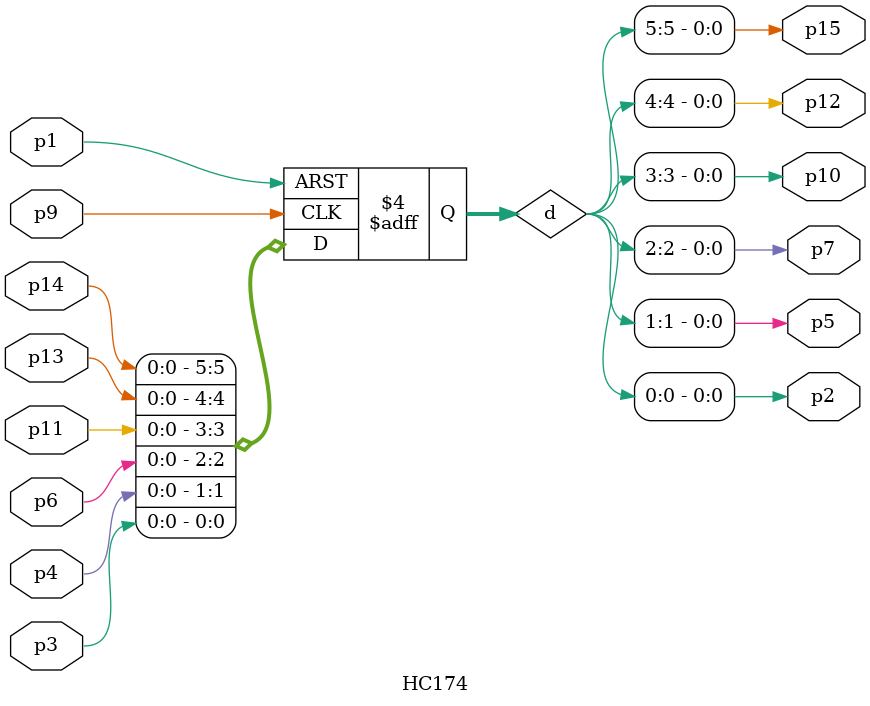
<source format=v>

module HC174(
    input wire p3,p4,p6,p11,p13,p14,
	input wire p9,p1,
	output wire p2,p5,p7,p10,p12,p15
);

reg [5:0] d=6'h00;
assign {p15,p12,p10,p7,p5,p2}=d;

always @(posedge p9 or negedge p1)begin
    if (~p1) d<=6'h00;
    else d<={p14,p13,p11,p6,p4,p3};
end

endmodule
</source>
